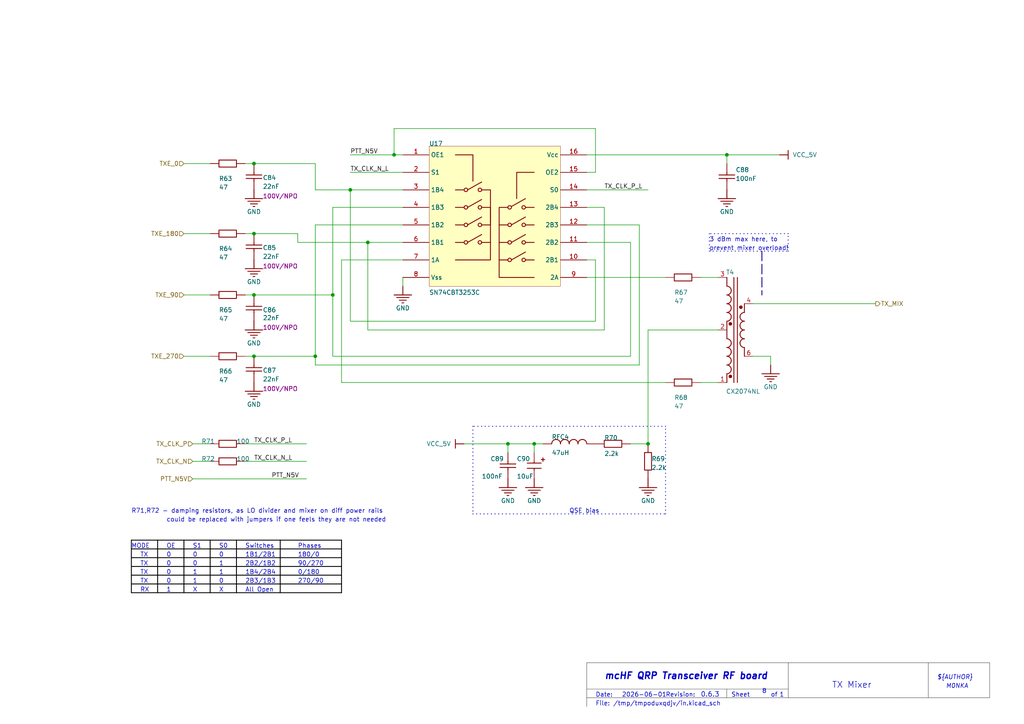
<source format=kicad_sch>
(kicad_sch (version 20231120) (generator "eeschema") (generator_version "8.0")
  (paper "A4")
  (title_block (title "mcHF QRP Transceiver RF board") (rev "0.6.3") (company "M0NKA"))
  (lib_symbols
    (symbol "rf_main-altium-import:GND_POWER_GROUND" (power)
      (property "Reference" "#PWR" (at 0 0 0))
      (property "Value" "GND" (at 0 6.35 0))
      (symbol "GND_POWER_GROUND_0_0"
        (polyline (pts (xy -2.54 -2.54) (xy 2.54 -2.54)) (stroke (width 0.254)))
        (polyline (pts (xy -1.778 -3.302) (xy 1.778 -3.302)) (stroke (width 0.254)))
        (polyline (pts (xy -1.016 -4.064) (xy 1.016 -4.064)) (stroke (width 0.254)))
        (polyline (pts (xy -0.254 -4.826) (xy 0.254 -4.826)) (stroke (width 0.254)))
        (polyline (pts (xy 0 0) (xy 0 -2.54)) (stroke (width 0.254)))
        (pin power_in line (at 0 0 0) (length 0) hide (name "GND") (number ""))
      )
    )
    (symbol "rf_main-altium-import:TX Mixer_0_CAP"
      (symbol "TX Mixer_0_CAP_1_0"
        (polyline (pts (xy 0.254 -1.778) (xy 4.826 -1.778)) (stroke (width 0.254)))
        (polyline (pts (xy 0.254 -0.762) (xy 4.826 -0.762)) (stroke (width 0.254)))
        (polyline (pts (xy 2.54 -1.778) (xy 2.54 -2.54)) (stroke (width 0.254)))
        (polyline (pts (xy 2.54 0) (xy 2.54 -0.762)) (stroke (width 0.254)))
        (pin passive line (at 2.54 2.54 270) (length 2.54) (name "1") (number "1"))
        (pin passive line (at 2.54 -5.08 90) (length 2.54) (name "2") (number "2"))
      )
    )
    (symbol "rf_main-altium-import:TX Mixer_0_RES_0"
      (symbol "TX Mixer_0_RES_0_1_0"
        (rectangle (start 5.08 -1.524) (end 0 -3.556) (stroke (width 0.254)))
        (pin passive line (at -2.54 -2.54 0) (length 2.54) (name "1") (number "1"))
        (pin passive line (at 7.62 -2.54 180) (length 2.54) (name "2") (number "2"))
      )
    )
    (symbol "rf_main-altium-import:TX Mixer_0_SN74CBT3253C"
      (symbol "TX Mixer_0_SN74CBT3253C_1_0"
        (circle (center -7.112 -10.16) (radius 0.508) (stroke (width 0.254)))
        (circle (center -7.112 -5.08) (radius 0.508) (stroke (width 0.254)))
        (circle (center -7.112 0) (radius 0.508) (stroke (width 0.254)))
        (circle (center -7.112 5.08) (radius 0.508) (stroke (width 0.254)))
        (circle (center -3.048 -10.16) (radius 0.508) (stroke (width 0.254)))
        (circle (center -3.048 -5.08) (radius 0.508) (stroke (width 0.254)))
        (circle (center -3.048 0) (radius 0.508) (stroke (width 0.254)))
        (circle (center -3.048 5.08) (radius 0.508) (stroke (width 0.254)))
        (polyline (pts (xy -10.16 -10.16) (xy -7.62 -10.16)) (stroke (width 0.254)))
        (polyline (pts (xy -10.16 0) (xy -7.62 0)) (stroke (width 0.254)))
        (polyline (pts (xy -7.62 -5.08) (xy -10.16 -5.08)) (stroke (width 0.254)))
        (polyline (pts (xy -7.62 5.08) (xy -10.16 5.08)) (stroke (width 0.254)))
        (polyline (pts (xy -6.604 -10.16) (xy -2.54 -7.874)) (stroke (width 0.254)))
        (polyline (pts (xy -6.604 -5.08) (xy -2.54 -2.794)) (stroke (width 0.254)))
        (polyline (pts (xy -6.604 0) (xy -2.54 2.286)) (stroke (width 0.254)))
        (polyline (pts (xy -6.604 5.08) (xy -2.54 7.366)) (stroke (width 0.254)))
        (polyline (pts (xy 2.54 -15.24) (xy 5.08 -15.24)) (stroke (width 0.254)))
        (polyline (pts (xy 2.54 -10.16) (xy 5.08 -10.16)) (stroke (width 0.254)))
        (polyline (pts (xy 2.54 -5.08) (xy 5.08 -5.08)) (stroke (width 0.254)))
        (polyline (pts (xy 6.096 -15.24) (xy 10.16 -12.954)) (stroke (width 0.254)))
        (polyline (pts (xy 6.096 -10.16) (xy 10.16 -7.874)) (stroke (width 0.254)))
        (polyline (pts (xy 6.096 -5.08) (xy 10.16 -2.794)) (stroke (width 0.254)))
        (polyline (pts (xy 6.096 0.254) (xy 10.16 2.54)) (stroke (width 0.254)))
        (polyline (pts (xy 10.16 -15.24) (xy 12.7 -15.24)) (stroke (width 0.254)))
        (polyline (pts (xy 10.16 -10.16) (xy 12.7 -10.16)) (stroke (width 0.254)))
        (polyline (pts (xy 10.16 -5.08) (xy 12.7 -5.08)) (stroke (width 0.254)))
        (polyline (pts (xy 10.16 0) (xy 12.7 0)) (stroke (width 0.254)))
        (polyline (pts (xy -10.16 -15.24) (xy 0 -15.24) (xy 0 -10.16)) (stroke (width 0.254)))
        (polyline (pts (xy -10.16 15.24) (xy -5.08 15.24) (xy -5.08 7.62)) (stroke (width 0.254)))
        (polyline (pts (xy 12.7 10.16) (xy 7.62 10.16) (xy 7.62 2.54)) (stroke (width 0.254)))
        (polyline (pts (xy -2.54 0) (xy 0 0) (xy 0 -5.08) (xy -2.54 -5.08)) (stroke (width 0.254)))
        (polyline (pts (xy -2.54 5.08) (xy 0 5.08) (xy 0 -10.16) (xy -2.54 -10.16)) (stroke (width 0.254)))
        (polyline (pts (xy 5.08 0) (xy 2.54 0) (xy 2.54 -20.32) (xy 12.7 -20.32)) (stroke (width 0.254)))
        (circle (center 5.588 -15.24) (radius 0.508) (stroke (width 0.254)))
        (circle (center 5.588 -10.16) (radius 0.508) (stroke (width 0.254)))
        (circle (center 5.588 -5.08) (radius 0.508) (stroke (width 0.254)))
        (circle (center 5.588 0) (radius 0.508) (stroke (width 0.254)))
        (circle (center 9.652 -15.24) (radius 0.508) (stroke (width 0.254)))
        (circle (center 9.652 -10.16) (radius 0.508) (stroke (width 0.254)))
        (circle (center 9.652 -5.08) (radius 0.508) (stroke (width 0.254)))
        (circle (center 9.652 0) (radius 0.508) (stroke (width 0.254)))
        (rectangle (start 20.32 17.78) (end -17.78 -22.86) (stroke (width 0.0254) (color 128 0 0 1)) (fill (type background)))
        (pin input line (at -25.4 15.24 0) (length 7.62) (name "OE1") (number "1"))
        (pin bidirectional line (at 27.94 -15.24 180) (length 7.62) (name "2B1") (number "10"))
        (pin bidirectional line (at 27.94 -10.16 180) (length 7.62) (name "2B2") (number "11"))
        (pin bidirectional line (at 27.94 -5.08 180) (length 7.62) (name "2B3") (number "12"))
        (pin bidirectional line (at 27.94 0 180) (length 7.62) (name "2B4") (number "13"))
        (pin input line (at 27.94 5.08 180) (length 7.62) (name "S0") (number "14"))
        (pin input line (at 27.94 10.16 180) (length 7.62) (name "OE2") (number "15"))
        (pin power_in line (at 27.94 15.24 180) (length 7.62) (name "Vcc") (number "16"))
        (pin input line (at -25.4 10.16 0) (length 7.62) (name "S1") (number "2"))
        (pin bidirectional line (at -25.4 5.08 0) (length 7.62) (name "1B4") (number "3"))
        (pin bidirectional line (at -25.4 0 0) (length 7.62) (name "1B3") (number "4"))
        (pin bidirectional line (at -25.4 -5.08 0) (length 7.62) (name "1B2") (number "5"))
        (pin bidirectional line (at -25.4 -10.16 0) (length 7.62) (name "1B1") (number "6"))
        (pin bidirectional line (at -25.4 -15.24 0) (length 7.62) (name "1A") (number "7"))
        (pin power_in line (at -25.4 -20.32 0) (length 7.62) (name "Vss") (number "8"))
        (pin bidirectional line (at 27.94 -20.32 180) (length 7.62) (name "2A") (number "9"))
      )
    )
    (symbol "rf_main-altium-import:TX Mixer_0_TDK-NLV25T"
      (symbol "TX Mixer_0_TDK-NLV25T_1_0"
        (arc (start 1.27 -1.27) (mid 0.372 -1.642) (end 0 -2.54) (stroke (width 0.254)))
        (arc (start 2.54 -2.54) (mid 2.168 -1.642) (end 1.27 -1.27) (stroke (width 0.254)))
        (arc (start 3.81 -1.27) (mid 2.912 -1.642) (end 2.54 -2.54) (stroke (width 0.254)))
        (arc (start 5.08 -2.54) (mid 4.708 -1.642) (end 3.81 -1.27) (stroke (width 0.254)))
        (arc (start 6.35 -1.27) (mid 5.452 -1.642) (end 5.08 -2.54) (stroke (width 0.254)))
        (arc (start 7.62 -2.54) (mid 7.248 -1.642) (end 6.35 -1.27) (stroke (width 0.254)))
        (arc (start 8.89 -1.27) (mid 7.992 -1.642) (end 7.62 -2.54) (stroke (width 0.254)))
        (arc (start 10.16 -2.54) (mid 9.788 -1.642) (end 8.89 -1.27) (stroke (width 0.254)))
        (pin passive line (at -2.54 -2.54 0) (length 2.54) (name "1") (number "1"))
        (pin passive line (at 12.7 -2.54 180) (length 2.54) (name "2") (number "2"))
      )
    )
    (symbol "rf_main-altium-import:TX Mixer_1_RES_0"
      (symbol "TX Mixer_1_RES_0_1_0"
        (rectangle (start 3.556 5.08) (end 1.524 0) (stroke (width 0.254)))
        (pin passive line (at 2.54 -2.54 90) (length 2.54) (name "1") (number "1"))
        (pin passive line (at 2.54 7.62 270) (length 2.54) (name "2") (number "2"))
      )
    )
    (symbol "rf_main-altium-import:TX Mixer_2_CAP"
      (symbol "TX Mixer_2_CAP_1_0"
        (polyline (pts (xy -2.54 0) (xy -2.54 0.762)) (stroke (width 0.254)))
        (polyline (pts (xy -2.54 1.778) (xy -2.54 2.54)) (stroke (width 0.254)))
        (polyline (pts (xy -0.254 0.762) (xy -4.826 0.762)) (stroke (width 0.254)))
        (polyline (pts (xy -0.254 1.778) (xy -4.826 1.778)) (stroke (width 0.254)))
        (pin passive line (at -2.54 -2.54 90) (length 2.54) (name "1") (number "1"))
        (pin passive line (at -2.54 5.08 270) (length 2.54) (name "2") (number "2"))
      )
    )
    (symbol "rf_main-altium-import:TX Mixer_2_CX2074NL"
      (symbol "TX Mixer_2_CX2074NL_1_0"
        (arc (start -7.62 5.08) (mid -6.722 5.452) (end -6.35 6.35) (stroke (width 0.254)))
        (arc (start -7.62 7.62) (mid -6.722 7.992) (end -6.35 8.89) (stroke (width 0.254)))
        (arc (start -7.62 10.16) (mid -6.722 10.532) (end -6.35 11.43) (stroke (width 0.254)))
        (arc (start -7.62 12.7) (mid -6.722 13.072) (end -6.35 13.97) (stroke (width 0.254)))
        (arc (start -7.62 20.32) (mid -6.722 20.692) (end -6.35 21.59) (stroke (width 0.254)))
        (arc (start -7.62 22.86) (mid -6.722 23.232) (end -6.35 24.13) (stroke (width 0.254)))
        (arc (start -7.62 25.4) (mid -6.722 25.772) (end -6.35 26.67) (stroke (width 0.254)))
        (arc (start -7.62 27.94) (mid -6.722 28.312) (end -6.35 29.21) (stroke (width 0.254)))
        (circle (center -6.604 4.318) (radius 0.508) (stroke (width -0.0001)) (fill (type outline)))
        (circle (center -6.604 19.558) (radius 0.508) (stroke (width -0.0001)) (fill (type outline)))
        (arc (start -6.35 6.35) (mid -6.722 7.248) (end -7.62 7.62) (stroke (width 0.254)))
        (arc (start -6.35 8.89) (mid -6.722 9.788) (end -7.62 10.16) (stroke (width 0.254)))
        (arc (start -6.35 11.43) (mid -6.722 12.328) (end -7.62 12.7) (stroke (width 0.254)))
        (arc (start -6.35 13.97) (mid -6.722 14.868) (end -7.62 15.24) (stroke (width 0.254)))
        (arc (start -6.35 21.59) (mid -6.722 22.488) (end -7.62 22.86) (stroke (width 0.254)))
        (arc (start -6.35 24.13) (mid -6.722 25.028) (end -7.62 25.4) (stroke (width 0.254)))
        (arc (start -6.35 26.67) (mid -6.722 27.568) (end -7.62 27.94) (stroke (width 0.254)))
        (arc (start -6.35 29.21) (mid -6.722 30.108) (end -7.62 30.48) (stroke (width 0.254)))
        (arc (start -3.81 13.97) (mid -3.438 13.072) (end -2.54 12.7) (stroke (width 0.254)))
        (arc (start -3.81 16.51) (mid -3.438 15.612) (end -2.54 15.24) (stroke (width 0.254)))
        (arc (start -3.81 19.05) (mid -3.438 18.152) (end -2.54 17.78) (stroke (width 0.254)))
        (arc (start -3.81 21.59) (mid -3.438 20.692) (end -2.54 20.32) (stroke (width 0.254)))
        (circle (center -3.556 24.384) (radius 0.508) (stroke (width -0.0001)) (fill (type outline)))
        (arc (start -2.54 15.24) (mid -3.438 14.868) (end -3.81 13.97) (stroke (width 0.254)))
        (arc (start -2.54 17.78) (mid -3.438 17.408) (end -3.81 16.51) (stroke (width 0.254)))
        (arc (start -2.54 20.32) (mid -3.438 19.948) (end -3.81 19.05) (stroke (width 0.254)))
        (arc (start -2.54 22.86) (mid -3.438 22.488) (end -3.81 21.59) (stroke (width 0.254)))
        (polyline (pts (xy -7.62 2.54) (xy -7.62 5.08)) (stroke (width 0.254)))
        (polyline (pts (xy -7.62 15.24) (xy -7.62 20.32)) (stroke (width 0.254)))
        (polyline (pts (xy -7.62 30.48) (xy -7.62 33.02)) (stroke (width 0.254)))
        (polyline (pts (xy -5.588 2.54) (xy -5.588 33.02)) (stroke (width 0.254)))
        (polyline (pts (xy -4.572 2.54) (xy -4.572 33.02)) (stroke (width 0.254)))
        (polyline (pts (xy -2.54 10.16) (xy -2.54 12.7)) (stroke (width 0.254)))
        (polyline (pts (xy -2.54 22.86) (xy -2.54 25.4)) (stroke (width 0.254)))
        (pin passive line (at -10.16 2.54 0) (length 2.54) (name "Sec0") (number "1"))
        (pin passive line (at -10.16 17.78 0) (length 2.54) (name "SecCmn") (number "2"))
        (pin passive line (at -10.16 33.02 0) (length 2.54) (name "Sec180") (number "3"))
        (pin passive line (at 0 25.4 180) (length 2.54) (name "Pri-") (number "4"))
        (pin passive line (at 0 10.16 180) (length 2.54) (name "Pri+") (number "6"))
      )
    )
    (symbol "rf_main-altium-import:TX Mixer_2_RES_0"
      (symbol "TX Mixer_2_RES_0_1_0"
        (rectangle (start 0 3.556) (end -5.08 1.524) (stroke (width 0.254)))
        (pin passive line (at 2.54 2.54 180) (length 2.54) (name "1") (number "1"))
        (pin passive line (at -7.62 2.54 0) (length 2.54) (name "2") (number "2"))
      )
    )
    (symbol "rf_main-altium-import:TX Mixer_3_CAP-POL_0"
      (symbol "TX Mixer_3_CAP-POL_0_1_0"
        (polyline (pts (xy -2.032 -3.048) (xy 2.032 -3.048)) (stroke (width 0.254)))
        (polyline (pts (xy 0 -4.572) (xy 0 -5.08)) (stroke (width 0.254)))
        (polyline (pts (xy 0 -2.54) (xy 0 -3.048)) (stroke (width 0.254)))
        (polyline (pts (xy 2.032 -4.572) (xy -2.032 -4.572)) (stroke (width 0.254)))
        (polyline (pts (xy 2.032 -2.032) (xy 3.048 -2.032)) (stroke (width 0.254)))
        (polyline (pts (xy 2.54 -1.524) (xy 2.54 -2.54)) (stroke (width 0.254)))
        (pin passive line (at 0 0 270) (length 2.54) (name "1") (number "1"))
        (pin passive line (at 0 -7.62 90) (length 2.54) (name "2") (number "2"))
      )
    )
    (symbol "rf_main-altium-import:VCC_5V_BAR" (power)
      (property "Reference" "#PWR" (at 0 0 0))
      (property "Value" "VCC_5V" (at 0 3.81 0))
      (symbol "VCC_5V_BAR_0_0"
        (polyline (pts (xy -1.27 -2.54) (xy 1.27 -2.54)) (stroke (width 0.254)))
        (polyline (pts (xy 0 0) (xy 0 -2.54)) (stroke (width 0.254)))
        (pin power_in line (at 0 0 0) (length 0) hide (name "VCC_5V") (number ""))
      )
    )
  )
  (junction (at 210.82 44.9072))
  (junction (at 114.3 44.9072))
  (junction (at 73.66 67.7672))
  (junction (at 154.94 128.7272))
  (junction (at 147.32 128.7272))
  (junction (at 73.66 103.3272))
  (junction (at 73.66 47.4472))
  (junction (at 101.6 55.0672))
  (junction (at 106.68 70.3072))
  (junction (at 73.66 85.5472))
  (junction (at 91.44 103.3272))
  (junction (at 96.52 85.5472))
  (junction (at 187.96 128.7272))
  (wire (pts (xy 101.6 93.1672) (xy 101.6 55.0672)))
  (wire (pts (xy 170.18 55.0672) (xy 187.96 55.0672)))
  (wire (pts (xy 172.72 49.9872) (xy 172.72 37.2872)))
  (wire (pts (xy 170.18 49.9872) (xy 172.72 49.9872)))
  (wire (pts (xy 86.36 70.3072) (xy 106.68 70.3072)))
  (polyline (pts (xy 38.1 166.8272) (xy 99.06 166.8272)) (stroke (width 0.254) (type solid) (color 0 0 0 1)))
  (wire (pts (xy 175.26 95.7072) (xy 175.26 60.1472)))
  (wire (pts (xy 170.18 75.3872) (xy 172.72 75.3872)))
  (wire (pts (xy 99.06 75.3872) (xy 99.06 110.9472)))
  (wire (pts (xy 71.12 128.7272) (xy 88.9 128.7272)))
  (polyline (pts (xy 38.1 159.2072) (xy 38.1 156.6672)) (stroke (width 0.254) (type solid) (color 0 0 0 1)))
  (polyline (pts (xy 287.02 202.3872) (xy 287.02 192.2272)) (stroke (width 0.0254) (type solid) (color 0 0 0 1)))
  (polyline (pts (xy 99.06 171.9072) (xy 38.1 171.9072)) (stroke (width 0.254) (type solid) (color 0 0 0 1)))
  (wire (pts (xy 86.36 67.7672) (xy 86.36 70.3072)))
  (polyline (pts (xy 53.34 156.6672) (xy 53.34 171.9072)) (stroke (width 0.254) (type solid) (color 0 0 0 1)))
  (wire (pts (xy 116.84 49.9872) (xy 101.6 49.9872)))
  (wire (pts (xy 154.94 131.2672) (xy 154.94 128.7272)))
  (wire (pts (xy 116.84 70.3072) (xy 106.68 70.3072)))
  (polyline (pts (xy 193.04 123.6472) (xy 137.16 123.6472)) (stroke (width 0.254) (type dot) (color 0 0 180 1)))
  (wire (pts (xy 91.44 47.4472) (xy 91.44 55.0672)))
  (wire (pts (xy 96.52 103.3272) (xy 182.88 103.3272)))
  (wire (pts (xy 116.84 60.1472) (xy 96.52 60.1472)))
  (polyline (pts (xy 60.96 156.6672) (xy 60.96 171.9072)) (stroke (width 0.254) (type solid) (color 0 0 0 1)))
  (wire (pts (xy 73.66 47.4472) (xy 91.44 47.4472)))
  (wire (pts (xy 71.12 103.3272) (xy 73.66 103.3272)))
  (wire (pts (xy 210.82 44.9072) (xy 170.18 44.9072)))
  (wire (pts (xy 185.42 105.8672) (xy 185.42 65.2272)))
  (wire (pts (xy 208.28 95.7072) (xy 187.96 95.7072)))
  (polyline (pts (xy 38.1 161.7472) (xy 99.06 161.7472)) (stroke (width 0.254) (type solid) (color 0 0 0 1)))
  (wire (pts (xy 170.18 80.4672) (xy 193.04 80.4672)))
  (wire (pts (xy 73.66 67.7672) (xy 86.36 67.7672)))
  (polyline (pts (xy 261.62 202.3872) (xy 287.02 202.3872)) (stroke (width 0.0254) (type solid) (color 0 0 0 1)))
  (polyline (pts (xy 81.28 156.6672) (xy 81.28 171.9072)) (stroke (width 0.254) (type solid) (color 0 0 0 1)))
  (polyline (pts (xy 220.98 72.8472) (xy 220.98 85.5472)) (stroke (width 0.254) (type dash) (color 17 3 127 1)))
  (wire (pts (xy 71.12 85.5472) (xy 73.66 85.5472)))
  (wire (pts (xy 218.44 103.3272) (xy 223.52 103.3272)))
  (wire (pts (xy 116.84 80.4672) (xy 116.84 83.0072)))
  (wire (pts (xy 91.44 105.8672) (xy 185.42 105.8672)))
  (polyline (pts (xy 269.24 192.2272) (xy 269.24 202.3872)) (stroke (width 0.0254) (type solid) (color 0 0 0 1)))
  (wire (pts (xy 172.72 75.3872) (xy 172.72 93.1672)))
  (polyline (pts (xy 261.62 202.3872) (xy 170.18 202.3872)) (stroke (width 0.0254) (type solid) (color 0 0 0 1)))
  (wire (pts (xy 116.84 65.2272) (xy 91.44 65.2272)))
  (polyline (pts (xy 137.16 123.6472) (xy 137.16 149.0472)) (stroke (width 0.254) (type dot) (color 0 0 180 1)))
  (polyline (pts (xy 170.18 192.2272) (xy 170.18 204.9272)) (stroke (width 0.0254) (type solid) (color 0 0 0 1)))
  (wire (pts (xy 172.72 93.1672) (xy 101.6 93.1672)))
  (wire (pts (xy 96.52 60.1472) (xy 96.52 85.5472)))
  (polyline (pts (xy 38.1 171.9072) (xy 38.1 159.2072)) (stroke (width 0.254) (type solid) (color 0 0 0 1)))
  (wire (pts (xy 71.12 133.8072) (xy 88.9 133.8072)))
  (polyline (pts (xy 228.6 72.8472) (xy 228.6 67.7672)) (stroke (width 0.254) (type dot) (color 0 0 180 1)))
  (wire (pts (xy 147.32 131.2672) (xy 147.32 128.7272)))
  (polyline (pts (xy 45.72 156.6672) (xy 45.72 171.9072)) (stroke (width 0.254) (type solid) (color 0 0 0 1)))
  (wire (pts (xy 73.66 85.5472) (xy 96.52 85.5472)))
  (wire (pts (xy 226.06 44.9072) (xy 210.82 44.9072)))
  (polyline (pts (xy 170.18 199.8472) (xy 228.6 199.8472)) (stroke (width 0.0254) (type solid) (color 0 0 0 1)))
  (polyline (pts (xy 137.16 149.0472) (xy 193.04 149.0472)) (stroke (width 0.254) (type dot) (color 0 0 180 1)))
  (wire (pts (xy 203.2 80.4672) (xy 208.28 80.4672)))
  (polyline (pts (xy 205.74 67.7672) (xy 205.74 72.8472)) (stroke (width 0.254) (type dot) (color 0 0 180 1)))
  (wire (pts (xy 55.88 138.8872) (xy 88.9 138.8872)))
  (wire (pts (xy 55.88 133.8072) (xy 60.96 133.8072)))
  (wire (pts (xy 60.96 103.3272) (xy 53.34 103.3272)))
  (wire (pts (xy 73.66 103.3272) (xy 91.44 103.3272)))
  (wire (pts (xy 182.88 103.3272) (xy 182.88 70.3072)))
  (polyline (pts (xy 210.82 199.8472) (xy 210.82 202.3872)) (stroke (width 0.0254) (type solid) (color 0 0 0 1)))
  (wire (pts (xy 185.42 65.2272) (xy 170.18 65.2272)))
  (polyline (pts (xy 205.74 72.8472) (xy 228.6 72.8472)) (stroke (width 0.254) (type dot) (color 0 0 180 1)))
  (polyline (pts (xy 287.02 192.2272) (xy 170.18 192.2272)) (stroke (width 0.0254) (type solid) (color 0 0 0 1)))
  (wire (pts (xy 106.68 95.7072) (xy 175.26 95.7072)))
  (wire (pts (xy 134.62 128.7272) (xy 147.32 128.7272)))
  (wire (pts (xy 210.82 44.9072) (xy 210.82 47.4472)))
  (polyline (pts (xy 99.06 156.6672) (xy 99.06 171.9072)) (stroke (width 0.254) (type solid) (color 0 0 0 1)))
  (wire (pts (xy 175.26 60.1472) (xy 170.18 60.1472)))
  (wire (pts (xy 106.68 70.3072) (xy 106.68 95.7072)))
  (wire (pts (xy 60.96 67.7672) (xy 53.34 67.7672)))
  (wire (pts (xy 60.96 85.5472) (xy 53.34 85.5472)))
  (wire (pts (xy 187.96 95.7072) (xy 187.96 128.7272)))
  (wire (pts (xy 182.88 128.7272) (xy 187.96 128.7272)))
  (wire (pts (xy 172.72 37.2872) (xy 114.3 37.2872)))
  (polyline (pts (xy 228.6 192.2272) (xy 228.6 202.3872)) (stroke (width 0.0254) (type solid) (color 0 0 0 1)))
  (wire (pts (xy 218.44 88.0872) (xy 254 88.0872)))
  (wire (pts (xy 71.12 67.7672) (xy 73.66 67.7672)))
  (wire (pts (xy 223.52 103.3272) (xy 223.52 105.8672)))
  (wire (pts (xy 55.88 128.7272) (xy 60.96 128.7272)))
  (wire (pts (xy 114.3 44.9072) (xy 116.84 44.9072)))
  (wire (pts (xy 91.44 103.3272) (xy 91.44 105.8672)))
  (polyline (pts (xy 38.1 164.2872) (xy 99.06 164.2872)) (stroke (width 0.254) (type solid) (color 0 0 0 1)))
  (wire (pts (xy 91.44 65.2272) (xy 91.44 103.3272)))
  (wire (pts (xy 114.3 37.2872) (xy 114.3 44.9072)))
  (wire (pts (xy 91.44 55.0672) (xy 101.6 55.0672)))
  (polyline (pts (xy 193.04 149.0472) (xy 193.04 123.6472)) (stroke (width 0.254) (type dot) (color 0 0 180 1)))
  (wire (pts (xy 147.32 128.7272) (xy 154.94 128.7272)))
  (wire (pts (xy 99.06 110.9472) (xy 193.04 110.9472)))
  (wire (pts (xy 96.52 85.5472) (xy 96.52 103.3272)))
  (wire (pts (xy 60.96 47.4472) (xy 53.34 47.4472)))
  (wire (pts (xy 101.6 55.0672) (xy 116.84 55.0672)))
  (wire (pts (xy 114.3 44.9072) (xy 101.6 44.9072)))
  (wire (pts (xy 203.2 110.9472) (xy 208.28 110.9472)))
  (polyline (pts (xy 38.1 169.3672) (xy 99.06 169.3672)) (stroke (width 0.254) (type solid) (color 0 0 0 1)))
  (wire (pts (xy 154.94 128.7272) (xy 157.48 128.7272)))
  (polyline (pts (xy 68.58 156.6672) (xy 68.58 171.9072)) (stroke (width 0.254) (type solid) (color 0 0 0 1)))
  (wire (pts (xy 182.88 70.3072) (xy 170.18 70.3072)))
  (wire (pts (xy 116.84 75.3872) (xy 99.06 75.3872)))
  (wire (pts (xy 71.12 47.4472) (xy 73.66 47.4472)))
  (polyline (pts (xy 38.1 156.6672) (xy 99.06 156.6672)) (stroke (width 0.254) (type solid) (color 0 0 0 1)))
  (polyline (pts (xy 228.6 67.7672) (xy 205.74 67.7672)) (stroke (width 0.254) (type dot) (color 0 0 180 1)))
  (polyline (pts (xy 38.1 159.2072) (xy 99.06 159.2072)) (stroke (width 0.254) (type solid) (color 0 0 0 1)))
  (text "TX Mixer" (at 241.3 199.8472 0) (effects (font (size 1.778 1.778)) (justify left bottom)))
  (text "Revision:" (at 193.04 202.3872 0) (effects (font (size 1.27 1.27)) (justify left bottom)))
  (text "${CURRENT_DATE}" (at 180.34 202.3872 0) (effects (font (size 1.27 1.27)) (justify left bottom)))
  (text "${##}" (at 226.06 202.3872 0) (effects (font (size 1.27 1.27)) (justify left bottom)))
  (text "All Open" (at 71.12 171.9072 0) (effects (font (size 1.27 1.27)) (justify left bottom)))
  (text "0" (at 48.26 161.7472 0) (effects (font (size 1.27 1.27)) (justify left bottom)))
  (text "TX" (at 40.64 164.2872 0) (effects (font (size 1.27 1.27)) (justify left bottom)))
  (text "${AUTHOR}" (at 271.78 197.3072 0) (effects (font (size 1.27 1.27) (italic yes)) (justify left bottom)))
  (text "1" (at 48.26 171.9072 0) (effects (font (size 1.27 1.27)) (justify left bottom)))
  (text "RX" (at 40.64 171.9072 0) (effects (font (size 1.27 1.27)) (justify left bottom)))
  (text "of" (at 223.52 202.3872 0) (effects (font (size 1.27 1.27)) (justify left bottom)))
  (text "2B3/1B3" (at 71.12 169.3672 0) (effects (font (size 1.27 1.27)) (justify left bottom)))
  (text "0" (at 63.5 169.3672 0) (effects (font (size 1.27 1.27)) (justify left bottom)))
  (text "${COMPANY}" (at 274.32 199.8472 0) (effects (font (size 1.27 1.27) (italic yes)) (justify left bottom)))
  (text "3 dBm max here, to" (at 205.74 70.3072 0) (effects (font (size 1.27 1.27)) (justify left bottom)))
  (text "TX" (at 40.64 169.3672 0) (effects (font (size 1.27 1.27)) (justify left bottom)))
  (text "1B4/2B4" (at 71.12 166.8272 0) (effects (font (size 1.27 1.27)) (justify left bottom)))
  (text "0" (at 48.26 166.8272 0) (effects (font (size 1.27 1.27)) (justify left bottom)))
  (text "R71,R72 - damping resistors, as LO divider and mixer on diff power rails" (at 38.1 149.0472 0) (effects (font (size 1.27 1.27)) (justify left bottom)))
  (text "Switches" (at 71.12 159.2072 0) (effects (font (size 1.27 1.27)) (justify left bottom)))
  (text "could be replaced with jumpers if one feels they are not needed" (at 48.26 151.5872 0) (effects (font (size 1.27 1.27)) (justify left bottom)))
  (text "${TITLE}" (at 175.26 197.3072 0) (effects (font (size 1.905 1.905) (thickness 0.381) (bold yes) (italic yes)) (justify left bottom)))
  (text "270/90" (at 86.36 169.3672 0) (effects (font (size 1.27 1.27)) (justify left bottom)))
  (text "${REVISION}" (at 203.2 202.3872 0) (effects (font (size 1.397 1.397)) (justify left bottom)))
  (text "2B2/1B2" (at 71.12 164.2872 0) (effects (font (size 1.27 1.27)) (justify left bottom)))
  (text "File:" (at 172.72 204.9272 0) (effects (font (size 1.27 1.27)) (justify left bottom)))
  (text "TX" (at 40.64 166.8272 0) (effects (font (size 1.27 1.27)) (justify left bottom)))
  (text "180/0" (at 86.36 161.7472 0) (effects (font (size 1.27 1.27)) (justify left bottom)))
  (text "1" (at 63.5 166.8272 0) (effects (font (size 1.27 1.27)) (justify left bottom)))
  (text "8" (at 220.98 199.8472 0) (effects (font (size 1.27 1.27)) (justify left top)))
  (text "TX" (at 40.64 161.7472 0) (effects (font (size 1.27 1.27)) (justify left bottom)))
  (text "90/270" (at 86.36 164.2872 0) (effects (font (size 1.27 1.27)) (justify left bottom)))
  (text "1B1/2B1" (at 71.12 161.7472 0) (effects (font (size 1.27 1.27)) (justify left bottom)))
  (text "X" (at 55.88 171.9072 0) (effects (font (size 1.27 1.27)) (justify left bottom)))
  (text "0" (at 63.5 161.7472 0) (effects (font (size 1.27 1.27)) (justify left bottom)))
  (text "Sheet" (at 212.09 202.3872 0) (effects (font (size 1.27 1.27)) (justify left bottom)))
  (text "1" (at 55.88 166.8272 0) (effects (font (size 1.27 1.27)) (justify left bottom)))
  (text "1" (at 63.5 164.2872 0) (effects (font (size 1.27 1.27)) (justify left bottom)))
  (text "MODE" (at 38.1 159.2072 0) (effects (font (size 1.27 1.27)) (justify left bottom)))
  (text "0" (at 55.88 164.2872 0) (effects (font (size 1.27 1.27)) (justify left bottom)))
  (text "OE" (at 48.26 159.2072 0) (effects (font (size 1.27 1.27)) (justify left bottom)))
  (text "QSE bias" (at 165.1 149.0472 0) (effects (font (size 1.27 1.27)) (justify left bottom)))
  (text "S1" (at 55.88 159.2072 0) (effects (font (size 1.27 1.27)) (justify left bottom)))
  (text "0" (at 48.26 164.2872 0) (effects (font (size 1.27 1.27)) (justify left bottom)))
  (text "0/180" (at 86.36 166.8272 0) (effects (font (size 1.27 1.27)) (justify left bottom)))
  (text "prevent mixer overload!" (at 205.74 72.8472 0) (effects (font (size 1.27 1.27)) (justify left bottom)))
  (text "Phases" (at 86.36 159.2072 0) (effects (font (size 1.27 1.27)) (justify left bottom)))
  (text "0" (at 48.26 169.3672 0) (effects (font (size 1.27 1.27)) (justify left bottom)))
  (text "1" (at 55.88 169.3672 0) (effects (font (size 1.27 1.27)) (justify left bottom)))
  (text "S0" (at 63.5 159.2072 0) (effects (font (size 1.27 1.27)) (justify left bottom)))
  (text "${FILEPATH}" (at 177.8 204.9272 0) (effects (font (size 1.27 1.27)) (justify left bottom)))
  (text "Date:" (at 172.72 202.3872 0) (effects (font (size 1.27 1.27)) (justify left bottom)))
  (text "0" (at 55.88 161.7472 0) (effects (font (size 1.27 1.27)) (justify left bottom)))
  (text "X" (at 63.5 171.9072 0) (effects (font (size 1.27 1.27)) (justify left bottom)))
  (label "PTT_N5V" (at 101.6 44.9072 0))
  (label "PTT_N5V" (at 78.74 138.8872 0))
  (label "TX_CLK_N_L" (at 73.66 133.8072 0))
  (label "TX_CLK_P_L" (at 73.66 128.7272 0))
  (label "TX_CLK_P_L" (at 175.26 55.0672 0))
  (label "TX_CLK_N_L" (at 101.6 49.9872 0))
  (hierarchical_label "TX_MIX" (shape output) (at 254 88.0872 0))
  (hierarchical_label "TX_CLK_P" (shape input) (at 55.88 128.7272 180))
  (hierarchical_label "TXE_0" (shape input) (at 53.34 47.4472 180))
  (hierarchical_label "TX_CLK_N" (shape input) (at 55.88 133.8072 180))
  (hierarchical_label "TXE_180" (shape input) (at 53.34 67.7672 180))
  (hierarchical_label "TXE_270" (shape input) (at 53.34 103.3272 180))
  (hierarchical_label "PTT_N5V" (shape input) (at 55.88 138.8872 180))
  (hierarchical_label "TXE_90" (shape input) (at 53.34 85.5472 180))
  (symbol (lib_id "rf_main-altium-import:TX Mixer_0_RES_0") (at 63.5 65.2272 0) (unit 1)
    (property "Reference" "R64" (at 63.5 72.8472 0) (effects (justify left bottom)))
    (property "Value" "47" (at 63.5 75.3872 0) (effects (justify left bottom)))
    (property "Footprint" "0805-Pro" (effects (hide yes)))
    (property "Description" "Resistor" (effects (hide yes)))
    (property "PRICE" "0.052" (effects (hide yes)))
    (property "ORDER" "FN 173-8942" (effects (hide yes)))
    (property "QT ORDER" "QCR-00293" (effects (hide yes)))
  )
  (symbol (lib_id "rf_main-altium-import:TX Mixer_0_CAP") (at 71.12 88.0872 0) (unit 1)
    (property "Reference" "C86" (at 76.2 90.6272 0) (effects (justify left bottom)))
    (property "Value" "22nF" (at 76.2 92.9132 0) (effects (justify left bottom)))
    (property "Footprint" "CAP_B" (effects (hide yes)))
    (property "Description" "Capacitor" (effects (hide yes)))
    (property "PRICE" "0.84" (effects (hide yes)))
    (property "ORDER" "FN 221-1120" (effects (hide yes)))
    (property "VOLTAGE" "100V/NPO" (at 76.2 95.7072 0) (effects (justify left bottom)))
  )
  (symbol (lib_id "rf_main-altium-import:GND_POWER_GROUND") (at 116.84 83.0072 0) (unit 1)
    (property "Reference" "#PWR?" (effects (hide yes)))
    (property "Value" "GND" (at 116.84 89.3572 0))
  )
  (symbol (lib_id "rf_main-altium-import:TX Mixer_2_RES_0") (at 68.58 136.3472 0) (unit 1)
    (property "Reference" "R72" (at 58.42 133.8072 0) (effects (justify left bottom)))
    (property "Value" "100" (at 68.58 133.8072 0) (effects (justify left bottom)))
    (property "Footprint" "0805-Pro" (effects (hide yes)))
    (property "Description" "Resistor" (effects (hide yes)))
    (property "ORDER" "FN 933-2375" (effects (hide yes)))
    (property "PRICE" "0.027" (effects (hide yes)))
    (property "QT ORDER" "QCR-00301" (effects (hide yes)))
  )
  (symbol (lib_id "rf_main-altium-import:TX Mixer_0_CAP") (at 71.12 105.8672 0) (unit 1)
    (property "Reference" "C87" (at 76.2 108.1532 0) (effects (justify left bottom)))
    (property "Value" "22nF" (at 76.2 110.6932 0) (effects (justify left bottom)))
    (property "Footprint" "CAP_B" (effects (hide yes)))
    (property "Description" "Capacitor" (effects (hide yes)))
    (property "PRICE" "0.84" (effects (hide yes)))
    (property "ORDER" "FN 221-1120" (effects (hide yes)))
    (property "VOLTAGE" "100V/NPO" (at 76.2 113.4872 0) (effects (justify left bottom)))
  )
  (symbol (lib_id "rf_main-altium-import:VCC_5V_BAR") (at 134.62 128.7272 270) (unit 1)
    (property "Reference" "#PWR?" (effects (hide yes)))
    (property "Value" "VCC_5V" (at 130.81 128.7272 90) (effects (justify right)))
  )
  (symbol (lib_id "rf_main-altium-import:TX Mixer_0_RES_0") (at 63.5 44.9072 0) (unit 1)
    (property "Reference" "R63" (at 63.5 52.5272 0) (effects (justify left bottom)))
    (property "Value" "47" (at 63.5 55.0672 0) (effects (justify left bottom)))
    (property "Footprint" "0805-Pro" (effects (hide yes)))
    (property "Description" "Resistor" (effects (hide yes)))
    (property "PRICE" "0.052" (effects (hide yes)))
    (property "ORDER" "FN 173-8942" (effects (hide yes)))
    (property "QT ORDER" "QCR-00293" (effects (hide yes)))
  )
  (symbol (lib_id "rf_main-altium-import:TX Mixer_2_CAP") (at 213.36 52.5272 0) (unit 1)
    (property "Reference" "C88" (at 213.36 49.9872 0) (effects (justify left bottom)))
    (property "Value" "100nF" (at 213.36 52.5272 0) (effects (justify left bottom)))
    (property "Footprint" "0805-Pro" (effects (hide yes)))
    (property "Description" "Capacitor" (effects (hide yes)))
    (property "PRICE" "0.068" (effects (hide yes)))
    (property "ORDER" "FN 252-2090" (effects (hide yes)))
    (property "QT ORDER" "QCC-00154" (effects (hide yes)))
  )
  (symbol (lib_id "rf_main-altium-import:TX Mixer_3_CAP-POL_0") (at 154.94 131.2672 0) (unit 1)
    (property "Reference" "C90" (at 149.86 133.8072 0) (effects (justify left bottom)))
    (property "Value" "10uF" (at 149.86 138.8872 0) (effects (justify left bottom)))
    (property "Footprint" "1206_Elec_Cap_N" (effects (hide yes)))
    (property "Description" "Electrolitic capacitor" (effects (hide yes)))
    (property "PRICE" "0.204" (effects (hide yes)))
    (property "ORDER" "FN 233-3009" (effects (hide yes)))
    (property "QT ORDER" "QCC-00166" (effects (hide yes)))
  )
  (symbol (lib_id "rf_main-altium-import:TX Mixer_0_CAP") (at 71.12 70.3072 0) (unit 1)
    (property "Reference" "C85" (at 76.2 72.5932 0) (effects (justify left bottom)))
    (property "Value" "22nF" (at 76.2 75.1332 0) (effects (justify left bottom)))
    (property "Footprint" "CAP_B" (effects (hide yes)))
    (property "Description" "Capacitor" (effects (hide yes)))
    (property "PRICE" "0.84" (effects (hide yes)))
    (property "ORDER" "FN 221-1120" (effects (hide yes)))
    (property "VOLTAGE" "100V/NPO" (at 76.2 77.9272 0) (effects (justify left bottom)))
  )
  (symbol (lib_id "rf_main-altium-import:GND_POWER_GROUND") (at 210.82 55.0672 0) (unit 1)
    (property "Reference" "#PWR?" (effects (hide yes)))
    (property "Value" "GND" (at 210.82 61.4172 0))
  )
  (symbol (lib_id "rf_main-altium-import:GND_POWER_GROUND") (at 147.32 138.8872 0) (unit 1)
    (property "Reference" "#PWR?" (effects (hide yes)))
    (property "Value" "GND" (at 147.32 145.2372 0))
  )
  (symbol (lib_id "rf_main-altium-import:TX Mixer_0_TDK-NLV25T") (at 160.02 126.1872 0) (unit 1)
    (property "Reference" "RFC4" (at 160.02 127.4572 0) (effects (justify left bottom)))
    (property "Value" "47uH" (at 160.02 132.0292 0) (effects (justify left bottom)))
    (property "Footprint" "0805-Pro" (effects (hide yes)))
    (property "Description" "INDUCTOR, SIGNAL LINE, 4.7UH, 1005" (effects (hide yes)))
    (property "ORDER" "FN 166-9895" (effects (hide yes)))
    (property "PRICE" "0.166" (effects (hide yes)))
  )
  (symbol (lib_id "rf_main-altium-import:GND_POWER_GROUND") (at 223.52 105.8672 0) (unit 1)
    (property "Reference" "#PWR?" (effects (hide yes)))
    (property "Value" "GND" (at 223.52 112.2172 0))
  )
  (symbol (lib_id "rf_main-altium-import:TX Mixer_0_RES_0") (at 195.58 77.9272 0) (unit 1)
    (property "Reference" "R67" (at 195.58 85.5472 0) (effects (justify left bottom)))
    (property "Value" "47" (at 195.58 88.0872 0) (effects (justify left bottom)))
    (property "Footprint" "0805-Pro" (effects (hide yes)))
    (property "Description" "Resistor" (effects (hide yes)))
    (property "PRICE" "0.052" (effects (hide yes)))
    (property "ORDER" "FN 173-8942" (effects (hide yes)))
    (property "QT ORDER" "QCR-00293" (effects (hide yes)))
  )
  (symbol (lib_id "rf_main-altium-import:TX Mixer_2_CX2074NL") (at 218.44 113.4872 0) (unit 1)
    (property "Reference" "T4" (at 210.566 79.7052 0) (effects (justify left bottom)))
    (property "Value" "CX2074NL" (at 210.566 114.2492 0) (effects (justify left bottom)))
    (property "Footprint" "SOP5_NEW1" (effects (hide yes)))
    (property "Description" "Wideband RF Transformer 1:4" (effects (hide yes)))
    (property "ORDER" "DK 553-1655-ND" (effects (hide yes)))
    (property "PRICE" "2.01" (effects (hide yes)))
  )
  (symbol (lib_id "rf_main-altium-import:GND_POWER_GROUND") (at 73.66 75.3872 0) (unit 1)
    (property "Reference" "#PWR?" (effects (hide yes)))
    (property "Value" "GND" (at 73.66 81.7372 0))
  )
  (symbol (lib_id "rf_main-altium-import:TX Mixer_2_CAP") (at 149.86 136.3472 0) (unit 1)
    (property "Reference" "C89" (at 142.24 133.8072 0) (effects (justify left bottom)))
    (property "Value" "100nF" (at 139.7 138.8872 0) (effects (justify left bottom)))
    (property "Footprint" "0805-Pro" (effects (hide yes)))
    (property "Description" "Capacitor" (effects (hide yes)))
    (property "PRICE" "0.068" (effects (hide yes)))
    (property "ORDER" "FN 252-2090" (effects (hide yes)))
    (property "QT ORDER" "QCC-00154" (effects (hide yes)))
  )
  (symbol (lib_id "rf_main-altium-import:GND_POWER_GROUND") (at 73.66 93.1672 0) (unit 1)
    (property "Reference" "#PWR?" (effects (hide yes)))
    (property "Value" "GND" (at 73.66 99.5172 0))
  )
  (symbol (lib_id "rf_main-altium-import:TX Mixer_0_RES_0") (at 195.58 108.4072 0) (unit 1)
    (property "Reference" "R68" (at 195.58 116.0272 0) (effects (justify left bottom)))
    (property "Value" "47" (at 195.58 118.5672 0) (effects (justify left bottom)))
    (property "Footprint" "0805-Pro" (effects (hide yes)))
    (property "Description" "Resistor" (effects (hide yes)))
    (property "PRICE" "0.052" (effects (hide yes)))
    (property "ORDER" "FN 173-8942" (effects (hide yes)))
    (property "QT ORDER" "QCR-00293" (effects (hide yes)))
  )
  (symbol (lib_id "rf_main-altium-import:GND_POWER_GROUND") (at 187.96 138.8872 0) (unit 1)
    (property "Reference" "#PWR?" (effects (hide yes)))
    (property "Value" "GND" (at 187.96 145.2372 0))
  )
  (symbol (lib_id "rf_main-altium-import:GND_POWER_GROUND") (at 154.94 138.8872 0) (unit 1)
    (property "Reference" "#PWR?" (effects (hide yes)))
    (property "Value" "GND" (at 154.94 145.2372 0))
  )
  (symbol (lib_id "rf_main-altium-import:TX Mixer_0_SN74CBT3253C") (at 142.24 60.1472 0) (unit 1)
    (property "Reference" "U17" (at 124.46 42.3672 0) (effects (justify left bottom)))
    (property "Value" "SN74CBT3253C" (at 124.46 85.5472 0) (effects (justify left bottom)))
    (property "Footprint" "SO-16-Pro" (effects (hide yes)))
    (property "Description" "Dual 4:1 Demux/Analog Switch" (effects (hide yes)))
    (property "ORDER" "FN 175-0447" (effects (hide yes)))
    (property "PRICE" "0.69" (effects (hide yes)))
  )
  (symbol (lib_id "rf_main-altium-import:TX Mixer_0_RES_0") (at 63.5 100.7872 0) (unit 1)
    (property "Reference" "R66" (at 63.5 108.4072 0) (effects (justify left bottom)))
    (property "Value" "47" (at 63.5 110.9472 0) (effects (justify left bottom)))
    (property "Footprint" "0805-Pro" (effects (hide yes)))
    (property "Description" "Resistor" (effects (hide yes)))
    (property "PRICE" "0.052" (effects (hide yes)))
    (property "ORDER" "FN 173-8942" (effects (hide yes)))
    (property "QT ORDER" "QCR-00293" (effects (hide yes)))
  )
  (symbol (lib_id "rf_main-altium-import:GND_POWER_GROUND") (at 73.66 110.9472 0) (unit 1)
    (property "Reference" "#PWR?" (effects (hide yes)))
    (property "Value" "GND" (at 73.66 117.2972 0))
  )
  (symbol (lib_id "rf_main-altium-import:TX Mixer_2_RES_0") (at 68.58 131.2672 0) (unit 1)
    (property "Reference" "R71" (at 58.42 128.7272 0) (effects (justify left bottom)))
    (property "Value" "100" (at 68.58 128.7272 0) (effects (justify left bottom)))
    (property "Footprint" "0805-Pro" (effects (hide yes)))
    (property "Description" "Resistor" (effects (hide yes)))
    (property "ORDER" "FN 933-2375" (effects (hide yes)))
    (property "PRICE" "0.027" (effects (hide yes)))
    (property "QT ORDER" "QCR-00301" (effects (hide yes)))
  )
  (symbol (lib_id "rf_main-altium-import:TX Mixer_2_RES_0") (at 180.34 131.2672 0) (unit 1)
    (property "Reference" "R70" (at 175.26 127.7112 0) (effects (justify left bottom)))
    (property "Value" "2.2k" (at 175.26 132.2832 0) (effects (justify left bottom)))
    (property "Footprint" "0805-Pro" (effects (hide yes)))
    (property "Description" "Resistor" (effects (hide yes)))
    (property "ORDER" "FN 188-7289" (effects (hide yes)))
    (property "PRICE" "0.046" (effects (hide yes)))
    (property "QT ORDER" "QCR-00333" (effects (hide yes)))
  )
  (symbol (lib_id "rf_main-altium-import:TX Mixer_0_RES_0") (at 63.5 83.0072 0) (unit 1)
    (property "Reference" "R65" (at 63.5 90.6272 0) (effects (justify left bottom)))
    (property "Value" "47" (at 63.5 93.1672 0) (effects (justify left bottom)))
    (property "Footprint" "0805-Pro" (effects (hide yes)))
    (property "Description" "Resistor" (effects (hide yes)))
    (property "PRICE" "0.052" (effects (hide yes)))
    (property "ORDER" "FN 173-8942" (effects (hide yes)))
    (property "QT ORDER" "QCR-00293" (effects (hide yes)))
  )
  (symbol (lib_id "rf_main-altium-import:TX Mixer_1_RES_0") (at 185.42 136.3472 0) (unit 1)
    (property "Reference" "R69" (at 188.976 133.8072 0) (effects (justify left bottom)))
    (property "Value" "2.2k" (at 188.976 136.3472 0) (effects (justify left bottom)))
    (property "Footprint" "0805-Pro" (effects (hide yes)))
    (property "Description" "Resistor" (effects (hide yes)))
    (property "ORDER" "FN 188-7289" (effects (hide yes)))
    (property "PRICE" "0.046" (effects (hide yes)))
    (property "QT ORDER" "QCR-00333" (effects (hide yes)))
  )
  (symbol (lib_id "rf_main-altium-import:GND_POWER_GROUND") (at 73.66 55.0672 0) (unit 1)
    (property "Reference" "#PWR?" (effects (hide yes)))
    (property "Value" "GND" (at 73.66 61.4172 0))
  )
  (symbol (lib_id "rf_main-altium-import:VCC_5V_BAR") (at 226.06 44.9072 90) (unit 1)
    (property "Reference" "#PWR?" (effects (hide yes)))
    (property "Value" "VCC_5V" (at 229.87 44.9072 90) (effects (justify right)))
  )
  (symbol (lib_id "rf_main-altium-import:TX Mixer_0_CAP") (at 71.12 49.9872 0) (unit 1)
    (property "Reference" "C84" (at 76.2 52.2732 0) (effects (justify left bottom)))
    (property "Value" "22nF" (at 76.2 54.8132 0) (effects (justify left bottom)))
    (property "Footprint" "CAP_B" (effects (hide yes)))
    (property "Description" "Capacitor" (effects (hide yes)))
    (property "PRICE" "0.84" (effects (hide yes)))
    (property "ORDER" "FN 221-1120" (effects (hide yes)))
    (property "VOLTAGE" "100V/NPO" (at 76.2 57.6072 0) (effects (justify left bottom)))
  )
)
</source>
